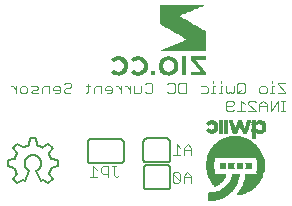
<source format=gbr>
G04 EAGLE Gerber RS-274X export*
G75*
%MOMM*%
%FSLAX34Y34*%
%LPD*%
%AMOC8*
5,1,8,0,0,1.08239X$1,22.5*%
G01*
%ADD10C,0.101600*%
%ADD11C,0.152400*%
%ADD12R,0.120000X0.020000*%
%ADD13R,0.340000X0.020000*%
%ADD14R,0.320000X0.020000*%
%ADD15R,0.140000X0.020000*%
%ADD16R,0.280000X0.020000*%
%ADD17R,0.360000X0.020000*%
%ADD18R,0.420000X0.020000*%
%ADD19R,0.380000X0.020000*%
%ADD20R,0.480000X0.020000*%
%ADD21R,0.540000X0.020000*%
%ADD22R,0.560000X0.020000*%
%ADD23R,0.400000X0.020000*%
%ADD24R,0.640000X0.020000*%
%ADD25R,0.620000X0.020000*%
%ADD26R,0.700000X0.020000*%
%ADD27R,0.660000X0.020000*%
%ADD28R,0.740000X0.020000*%
%ADD29R,1.080000X0.020000*%
%ADD30R,0.800000X0.020000*%
%ADD31R,1.100000X0.020000*%
%ADD32R,0.440000X0.020000*%
%ADD33R,0.840000X0.020000*%
%ADD34R,1.120000X0.020000*%
%ADD35R,0.460000X0.020000*%
%ADD36R,0.860000X0.020000*%
%ADD37R,0.900000X0.020000*%
%ADD38R,1.140000X0.020000*%
%ADD39R,0.920000X0.020000*%
%ADD40R,1.160000X0.020000*%
%ADD41R,0.960000X0.020000*%
%ADD42R,0.500000X0.020000*%
%ADD43R,0.520000X0.020000*%
%ADD44R,0.940000X0.020000*%
%ADD45R,0.260000X0.020000*%
%ADD46R,0.180000X0.020000*%
%ADD47R,0.580000X0.020000*%
%ADD48R,0.060000X0.020000*%
%ADD49R,0.600000X0.020000*%
%ADD50R,0.300000X0.020000*%
%ADD51R,0.040000X0.020000*%
%ADD52R,0.100000X0.020000*%
%ADD53R,0.160000X0.020000*%
%ADD54R,0.220000X0.020000*%
%ADD55R,0.980000X0.020000*%
%ADD56R,0.880000X0.020000*%
%ADD57R,0.760000X0.020000*%
%ADD58R,1.060000X0.020000*%
%ADD59R,0.720000X0.020000*%
%ADD60R,0.820000X0.020000*%
%ADD61R,1.180000X0.020000*%
%ADD62R,1.340000X0.020000*%
%ADD63R,1.460000X0.020000*%
%ADD64R,1.600000X0.020000*%
%ADD65R,1.700000X0.020000*%
%ADD66R,1.820000X0.020000*%
%ADD67R,1.900000X0.020000*%
%ADD68R,1.980000X0.020000*%
%ADD69R,2.100000X0.020000*%
%ADD70R,2.160000X0.020000*%
%ADD71R,2.260000X0.020000*%
%ADD72R,2.340000X0.020000*%
%ADD73R,2.400000X0.020000*%
%ADD74R,2.480000X0.020000*%
%ADD75R,2.540000X0.020000*%
%ADD76R,2.600000X0.020000*%
%ADD77R,2.680000X0.020000*%
%ADD78R,2.720000X0.020000*%
%ADD79R,2.800000X0.020000*%
%ADD80R,2.840000X0.020000*%
%ADD81R,2.900000X0.020000*%
%ADD82R,2.960000X0.020000*%
%ADD83R,3.000000X0.020000*%
%ADD84R,3.060000X0.020000*%
%ADD85R,3.120000X0.020000*%
%ADD86R,3.160000X0.020000*%
%ADD87R,3.200000X0.020000*%
%ADD88R,3.260000X0.020000*%
%ADD89R,3.300000X0.020000*%
%ADD90R,3.340000X0.020000*%
%ADD91R,3.380000X0.020000*%
%ADD92R,3.420000X0.020000*%
%ADD93R,3.460000X0.020000*%
%ADD94R,3.520000X0.020000*%
%ADD95R,3.540000X0.020000*%
%ADD96R,3.580000X0.020000*%
%ADD97R,3.620000X0.020000*%
%ADD98R,3.660000X0.020000*%
%ADD99R,3.700000X0.020000*%
%ADD100R,3.740000X0.020000*%
%ADD101R,3.780000X0.020000*%
%ADD102R,3.800000X0.020000*%
%ADD103R,3.840000X0.020000*%
%ADD104R,3.860000X0.020000*%
%ADD105R,3.900000X0.020000*%
%ADD106R,3.940000X0.020000*%
%ADD107R,3.960000X0.020000*%
%ADD108R,3.980000X0.020000*%
%ADD109R,4.020000X0.020000*%
%ADD110R,4.060000X0.020000*%
%ADD111R,4.080000X0.020000*%
%ADD112R,4.100000X0.020000*%
%ADD113R,4.120000X0.020000*%
%ADD114R,4.160000X0.020000*%
%ADD115R,4.180000X0.020000*%
%ADD116R,4.200000X0.020000*%
%ADD117R,4.240000X0.020000*%
%ADD118R,4.260000X0.020000*%
%ADD119R,4.280000X0.020000*%
%ADD120R,4.300000X0.020000*%
%ADD121R,4.320000X0.020000*%
%ADD122R,4.340000X0.020000*%
%ADD123R,4.380000X0.020000*%
%ADD124R,4.400000X0.020000*%
%ADD125R,4.440000X0.020000*%
%ADD126R,4.460000X0.020000*%
%ADD127R,4.500000X0.020000*%
%ADD128R,4.520000X0.020000*%
%ADD129R,4.540000X0.020000*%
%ADD130R,4.560000X0.020000*%
%ADD131R,4.580000X0.020000*%
%ADD132R,4.600000X0.020000*%
%ADD133R,4.620000X0.020000*%
%ADD134R,4.640000X0.020000*%
%ADD135R,4.660000X0.020000*%
%ADD136R,4.680000X0.020000*%
%ADD137R,4.700000X0.020000*%
%ADD138R,4.720000X0.020000*%
%ADD139R,4.740000X0.020000*%
%ADD140R,0.680000X0.020000*%
%ADD141R,1.480000X0.020000*%
%ADD142R,1.580000X0.020000*%
%ADD143R,1.560000X0.020000*%
%ADD144R,1.540000X0.020000*%
%ADD145R,1.520000X0.020000*%
%ADD146R,1.500000X0.020000*%
%ADD147R,1.440000X0.020000*%
%ADD148R,1.400000X0.020000*%
%ADD149R,1.420000X0.020000*%
%ADD150R,1.380000X0.020000*%
%ADD151R,1.360000X0.020000*%
%ADD152R,1.320000X0.020000*%
%ADD153R,1.300000X0.020000*%
%ADD154R,1.260000X0.020000*%
%ADD155R,1.220000X0.020000*%
%ADD156R,1.200000X0.020000*%
%ADD157R,1.040000X0.020000*%
%ADD158R,1.020000X0.020000*%
%ADD159R,1.000000X0.020000*%
%ADD160R,1.280000X0.020000*%
%ADD161R,0.780000X0.020000*%
%ADD162R,1.240000X0.020000*%
%ADD163R,0.020000X0.020000*%
%ADD164R,1.840000X0.020000*%
%ADD165R,1.800000X0.020000*%
%ADD166R,1.780000X0.020000*%
%ADD167R,1.760000X0.020000*%
%ADD168R,1.740000X0.020000*%
%ADD169R,1.680000X0.020000*%
%ADD170R,1.660000X0.020000*%
%ADD171R,1.620000X0.020000*%

G36*
X174438Y160752D02*
X174438Y160752D01*
X174438Y160753D01*
X174439Y160754D01*
X174434Y162115D01*
X174431Y163475D01*
X174426Y164837D01*
X174421Y166198D01*
X174416Y167560D01*
X174412Y168920D01*
X174407Y170282D01*
X174402Y171643D01*
X174399Y173005D01*
X174394Y174365D01*
X174389Y175727D01*
X174385Y177088D01*
X174380Y177093D01*
X174379Y177098D01*
X173156Y177808D01*
X171932Y178517D01*
X170710Y179227D01*
X169488Y179937D01*
X168265Y180646D01*
X167043Y181356D01*
X165819Y182065D01*
X164596Y182775D01*
X163374Y183485D01*
X162123Y184210D01*
X160874Y184936D01*
X159623Y185661D01*
X158373Y186385D01*
X157124Y187110D01*
X155873Y187836D01*
X154624Y188560D01*
X153373Y189284D01*
X152140Y189997D01*
X153432Y190736D01*
X154883Y191367D01*
X156339Y191988D01*
X157797Y192604D01*
X159255Y193218D01*
X160714Y193831D01*
X162174Y194444D01*
X163581Y195035D01*
X164987Y195625D01*
X166394Y196216D01*
X167799Y196806D01*
X169207Y197397D01*
X170613Y197987D01*
X172018Y198578D01*
X173425Y199168D01*
X174377Y199572D01*
X174380Y199577D01*
X174384Y199581D01*
X174383Y199583D01*
X174384Y199586D01*
X174377Y199589D01*
X174373Y199595D01*
X169897Y199595D01*
X168407Y199596D01*
X160949Y199596D01*
X159456Y199598D01*
X150506Y199598D01*
X149746Y199599D01*
X149717Y199599D01*
X149015Y199599D01*
X141557Y199599D01*
X140065Y199601D01*
X135590Y199601D01*
X135578Y199591D01*
X135579Y199590D01*
X135578Y199589D01*
X135578Y198227D01*
X135580Y196865D01*
X135580Y195501D01*
X135581Y194139D01*
X135581Y192777D01*
X135583Y191415D01*
X135583Y190051D01*
X135584Y188689D01*
X135584Y187327D01*
X135586Y185965D01*
X135588Y184603D01*
X135588Y183239D01*
X135593Y183234D01*
X135594Y183229D01*
X136881Y182484D01*
X138170Y181740D01*
X139457Y180994D01*
X140745Y180249D01*
X142034Y179503D01*
X143321Y178759D01*
X144609Y178014D01*
X145857Y177292D01*
X147104Y176571D01*
X148351Y175849D01*
X149598Y175126D01*
X150846Y174406D01*
X152094Y173683D01*
X153340Y172961D01*
X154588Y172239D01*
X155834Y171516D01*
X156908Y170880D01*
X157880Y170169D01*
X156521Y169590D01*
X155140Y169007D01*
X153761Y168426D01*
X150998Y167264D01*
X149617Y166685D01*
X148236Y166104D01*
X146855Y165524D01*
X145472Y164945D01*
X144088Y164364D01*
X142705Y163783D01*
X141323Y163200D01*
X139940Y162618D01*
X138557Y162035D01*
X137176Y161451D01*
X135796Y160862D01*
X135794Y160856D01*
X135789Y160853D01*
X135791Y160851D01*
X135790Y160848D01*
X135796Y160844D01*
X135801Y160839D01*
X137277Y160802D01*
X138757Y160788D01*
X140237Y160779D01*
X141718Y160771D01*
X143197Y160766D01*
X144677Y160760D01*
X146156Y160756D01*
X147636Y160753D01*
X149115Y160750D01*
X150595Y160747D01*
X152075Y160745D01*
X153556Y160745D01*
X155035Y160744D01*
X165476Y160744D01*
X166968Y160742D01*
X174427Y160742D01*
X174438Y160752D01*
G37*
G36*
X142959Y139615D02*
X142959Y139615D01*
X142960Y139614D01*
X143978Y139698D01*
X144321Y139727D01*
X144322Y139728D01*
X144323Y139727D01*
X145644Y140091D01*
X145644Y140092D01*
X145645Y140091D01*
X146896Y140652D01*
X146897Y140653D01*
X146898Y140653D01*
X148039Y141410D01*
X148040Y141411D01*
X148041Y141411D01*
X149041Y142348D01*
X149041Y142349D01*
X149042Y142349D01*
X149865Y143445D01*
X149865Y143446D01*
X149866Y143446D01*
X150487Y144667D01*
X150486Y144669D01*
X150487Y144669D01*
X150841Y145853D01*
X150841Y145855D01*
X150842Y145855D01*
X150854Y145940D01*
X150856Y145952D01*
X150858Y145964D01*
X150859Y145976D01*
X150861Y145988D01*
X150882Y146131D01*
X150884Y146143D01*
X150886Y146155D01*
X150887Y146167D01*
X150888Y146167D01*
X150889Y146179D01*
X150909Y146310D01*
X150910Y146322D01*
X150912Y146334D01*
X150914Y146346D01*
X150916Y146358D01*
X150935Y146489D01*
X150937Y146501D01*
X150938Y146513D01*
X150940Y146525D01*
X150942Y146537D01*
X150961Y146668D01*
X150963Y146680D01*
X150965Y146692D01*
X150966Y146704D01*
X150968Y146716D01*
X150989Y146859D01*
X150991Y146871D01*
X150993Y146883D01*
X150994Y146895D01*
X150996Y146907D01*
X151015Y147038D01*
X151017Y147050D01*
X151019Y147062D01*
X151021Y147074D01*
X151021Y147078D01*
X151021Y147079D01*
X151048Y148316D01*
X151048Y148317D01*
X150901Y149545D01*
X150899Y149546D01*
X150900Y149547D01*
X150437Y150998D01*
X150435Y150998D01*
X150436Y151000D01*
X149701Y152335D01*
X149699Y152335D01*
X149699Y152337D01*
X148734Y153516D01*
X148733Y153516D01*
X148733Y153518D01*
X147571Y154504D01*
X147569Y154504D01*
X147569Y154505D01*
X146246Y155262D01*
X146245Y155262D01*
X146245Y155263D01*
X145087Y155701D01*
X145086Y155700D01*
X145085Y155702D01*
X143979Y155887D01*
X143866Y155906D01*
X143865Y155906D01*
X143864Y155907D01*
X143799Y155909D01*
X143798Y155909D01*
X143427Y155921D01*
X143426Y155921D01*
X143055Y155933D01*
X143054Y155933D01*
X142683Y155944D01*
X142683Y155945D01*
X142682Y155945D01*
X142628Y155946D01*
X142627Y155946D01*
X142531Y155945D01*
X142529Y155945D01*
X142529Y155944D01*
X141872Y155933D01*
X141871Y155933D01*
X141402Y155924D01*
X141401Y155923D01*
X141400Y155924D01*
X140196Y155706D01*
X140195Y155705D01*
X140194Y155706D01*
X138904Y155226D01*
X138903Y155225D01*
X138902Y155226D01*
X137702Y154548D01*
X137701Y154546D01*
X137700Y154547D01*
X136632Y153677D01*
X136631Y153675D01*
X136630Y153675D01*
X135729Y152634D01*
X135729Y152632D01*
X135727Y152632D01*
X135016Y151453D01*
X135016Y151451D01*
X135015Y151451D01*
X134504Y150171D01*
X134505Y150170D01*
X134503Y150169D01*
X134280Y148994D01*
X134280Y148993D01*
X134279Y148992D01*
X134260Y147791D01*
X134261Y147790D01*
X134260Y147790D01*
X134291Y146557D01*
X134292Y146556D01*
X134291Y146554D01*
X134551Y145354D01*
X134552Y145353D01*
X134552Y145352D01*
X135053Y144128D01*
X135055Y144128D01*
X135054Y144127D01*
X135751Y143004D01*
X135753Y143004D01*
X135752Y143003D01*
X136627Y142012D01*
X136628Y142012D01*
X136628Y142011D01*
X137706Y141103D01*
X137708Y141103D01*
X137708Y141102D01*
X138924Y140390D01*
X138925Y140391D01*
X138926Y140389D01*
X140245Y139896D01*
X140247Y139896D01*
X140247Y139895D01*
X141594Y139670D01*
X141595Y139670D01*
X142959Y139614D01*
X142959Y139615D01*
G37*
G36*
X174543Y139905D02*
X174543Y139905D01*
X174542Y139906D01*
X174543Y139907D01*
X174543Y142520D01*
X174540Y142524D01*
X174540Y142528D01*
X173672Y143536D01*
X172805Y144545D01*
X171937Y145554D01*
X171069Y146563D01*
X170202Y147571D01*
X169330Y148586D01*
X168459Y149603D01*
X167589Y150619D01*
X166721Y151638D01*
X165879Y152648D01*
X167247Y152685D01*
X168640Y152697D01*
X170034Y152700D01*
X174214Y152700D01*
X174226Y152710D01*
X174225Y152711D01*
X174226Y152712D01*
X174226Y155780D01*
X174215Y155792D01*
X174214Y155792D01*
X161304Y155792D01*
X161292Y155782D01*
X161293Y155781D01*
X161292Y155780D01*
X161292Y153082D01*
X161296Y153078D01*
X161295Y153074D01*
X162159Y152069D01*
X163024Y151062D01*
X163889Y150058D01*
X164753Y149053D01*
X165618Y148048D01*
X166483Y147041D01*
X167347Y146036D01*
X168212Y145032D01*
X169077Y144025D01*
X169924Y143040D01*
X169144Y143035D01*
X169139Y143035D01*
X168508Y143030D01*
X167102Y143023D01*
X167097Y143023D01*
X167068Y143022D01*
X165627Y143013D01*
X165291Y143011D01*
X165287Y143011D01*
X164186Y143003D01*
X163486Y142999D01*
X163481Y142999D01*
X162744Y142994D01*
X161469Y142987D01*
X161463Y142987D01*
X161304Y142986D01*
X161292Y142975D01*
X161293Y142975D01*
X161292Y142974D01*
X161292Y139907D01*
X161303Y139895D01*
X161304Y139896D01*
X161304Y139895D01*
X174531Y139895D01*
X174543Y139905D01*
G37*
G36*
X100662Y139615D02*
X100662Y139615D01*
X100663Y139614D01*
X102046Y139728D01*
X102047Y139730D01*
X102048Y139729D01*
X103499Y140164D01*
X103500Y140165D01*
X103501Y140165D01*
X104852Y140849D01*
X104852Y140850D01*
X104854Y140850D01*
X106051Y141779D01*
X106051Y141780D01*
X106052Y141780D01*
X107045Y142923D01*
X107045Y142925D01*
X107046Y142925D01*
X107800Y144240D01*
X107800Y144241D01*
X107801Y144242D01*
X108303Y145670D01*
X108302Y145672D01*
X108303Y145673D01*
X108495Y147001D01*
X108495Y147002D01*
X108495Y147003D01*
X108516Y148346D01*
X108515Y148347D01*
X108516Y148347D01*
X108360Y149681D01*
X108359Y149682D01*
X108360Y149683D01*
X107923Y151025D01*
X107922Y151025D01*
X107922Y151027D01*
X107264Y152276D01*
X107262Y152276D01*
X107263Y152278D01*
X106401Y153395D01*
X106399Y153396D01*
X106399Y153397D01*
X105356Y154348D01*
X105355Y154348D01*
X105354Y154349D01*
X104154Y155090D01*
X104153Y155090D01*
X104153Y155091D01*
X102883Y155639D01*
X102881Y155638D01*
X102880Y155640D01*
X101526Y155908D01*
X101525Y155907D01*
X101524Y155908D01*
X101506Y155909D01*
X101090Y155921D01*
X101089Y155921D01*
X100674Y155933D01*
X100673Y155933D01*
X100257Y155944D01*
X100257Y155945D01*
X100256Y155945D01*
X100140Y155948D01*
X100139Y155948D01*
X99984Y155945D01*
X99983Y155945D01*
X99983Y155944D01*
X99430Y155933D01*
X99429Y155933D01*
X98888Y155921D01*
X98887Y155921D01*
X98886Y155921D01*
X97658Y155705D01*
X97657Y155704D01*
X97656Y155704D01*
X96567Y155304D01*
X96566Y155303D01*
X96565Y155304D01*
X95537Y154769D01*
X95536Y154767D01*
X95535Y154768D01*
X94597Y154087D01*
X94597Y154086D01*
X94596Y154086D01*
X93996Y153551D01*
X93994Y153535D01*
X93995Y153535D01*
X93995Y153534D01*
X94535Y152917D01*
X95074Y152299D01*
X95625Y151667D01*
X96173Y151031D01*
X96188Y151029D01*
X96189Y151029D01*
X96880Y151506D01*
X98130Y152259D01*
X99519Y152695D01*
X100973Y152717D01*
X102353Y152266D01*
X103506Y151383D01*
X104375Y150124D01*
X104827Y148662D01*
X104842Y147132D01*
X104435Y145655D01*
X103623Y144358D01*
X102443Y143389D01*
X100999Y142889D01*
X100339Y142885D01*
X100334Y142885D01*
X99500Y142880D01*
X98068Y143323D01*
X96800Y144133D01*
X96153Y144655D01*
X96137Y144654D01*
X95575Y144091D01*
X93884Y142395D01*
X93883Y142379D01*
X93885Y142379D01*
X93884Y142378D01*
X94285Y142000D01*
X95365Y141093D01*
X95366Y141093D01*
X95366Y141092D01*
X96574Y140367D01*
X96576Y140367D01*
X96576Y140366D01*
X97899Y139880D01*
X97900Y139880D01*
X97901Y139879D01*
X99273Y139668D01*
X99273Y139669D01*
X99274Y139668D01*
X100661Y139614D01*
X100662Y139615D01*
G37*
G36*
X117382Y139580D02*
X117382Y139580D01*
X117382Y139579D01*
X118646Y139697D01*
X118647Y139698D01*
X118648Y139697D01*
X120044Y140073D01*
X120044Y140075D01*
X120046Y140074D01*
X121346Y140703D01*
X121346Y140704D01*
X121348Y140704D01*
X122519Y141550D01*
X122519Y141551D01*
X122521Y141551D01*
X123526Y142589D01*
X123526Y142591D01*
X123527Y142591D01*
X124316Y143801D01*
X124316Y143802D01*
X124317Y143803D01*
X124869Y145047D01*
X124869Y145049D01*
X124870Y145049D01*
X125183Y146375D01*
X125182Y146376D01*
X125183Y146377D01*
X125263Y147737D01*
X125262Y147738D01*
X125263Y147739D01*
X125213Y148989D01*
X125212Y148990D01*
X125213Y148991D01*
X124969Y150217D01*
X124967Y150218D01*
X124968Y150219D01*
X124504Y151381D01*
X124503Y151382D01*
X124504Y151383D01*
X123823Y152562D01*
X123821Y152563D01*
X123822Y152564D01*
X122955Y153613D01*
X122953Y153613D01*
X122953Y153615D01*
X121921Y154502D01*
X121920Y154502D01*
X121920Y154503D01*
X120748Y155195D01*
X120747Y155195D01*
X120747Y155196D01*
X119658Y155634D01*
X119656Y155634D01*
X119656Y155635D01*
X118509Y155878D01*
X118508Y155877D01*
X118508Y155878D01*
X117336Y155967D01*
X117336Y155966D01*
X117335Y155967D01*
X116694Y155957D01*
X116692Y155957D01*
X115895Y155945D01*
X115893Y155945D01*
X115849Y155945D01*
X115848Y155944D01*
X115847Y155945D01*
X114384Y155695D01*
X114383Y155694D01*
X114381Y155695D01*
X112992Y155166D01*
X112992Y155165D01*
X112990Y155165D01*
X111852Y154475D01*
X111852Y154473D01*
X111851Y154473D01*
X110850Y153605D01*
X110849Y153596D01*
X110848Y153595D01*
X110849Y153594D01*
X110848Y153589D01*
X110849Y153589D01*
X110848Y153589D01*
X111330Y152895D01*
X111876Y152242D01*
X112410Y151631D01*
X112945Y151016D01*
X112951Y151016D01*
X112951Y151015D01*
X112954Y151015D01*
X112960Y151014D01*
X112961Y151015D01*
X113616Y151502D01*
X114862Y152255D01*
X116245Y152700D01*
X117695Y152722D01*
X119076Y152277D01*
X120178Y151474D01*
X120985Y150372D01*
X121464Y149091D01*
X121613Y147732D01*
X121584Y147519D01*
X121579Y147483D01*
X121544Y147221D01*
X121539Y147185D01*
X121504Y146922D01*
X121499Y146886D01*
X121464Y146624D01*
X121459Y146588D01*
X121431Y146376D01*
X120913Y145112D01*
X120065Y144040D01*
X118883Y143234D01*
X117504Y142853D01*
X117301Y142862D01*
X117300Y142862D01*
X117037Y142874D01*
X116774Y142886D01*
X116511Y142898D01*
X116248Y142910D01*
X116072Y142918D01*
X114713Y143375D01*
X113502Y144149D01*
X112872Y144655D01*
X112857Y144654D01*
X112856Y144654D01*
X111785Y143579D01*
X111228Y143003D01*
X111228Y143002D01*
X111227Y143002D01*
X110713Y142388D01*
X110713Y142372D01*
X111556Y141537D01*
X111557Y141537D01*
X111558Y141536D01*
X112513Y140817D01*
X112515Y140817D01*
X112515Y140815D01*
X113642Y140231D01*
X113643Y140232D01*
X113644Y140230D01*
X114855Y139846D01*
X114856Y139847D01*
X114857Y139846D01*
X116109Y139632D01*
X116110Y139632D01*
X116111Y139631D01*
X117381Y139579D01*
X117382Y139580D01*
G37*
%LPC*%
G36*
X141900Y142886D02*
X141900Y142886D01*
X140566Y143291D01*
X139418Y144086D01*
X138555Y145184D01*
X138029Y146476D01*
X137861Y147863D01*
X138059Y149246D01*
X138607Y150530D01*
X139506Y151574D01*
X140677Y152307D01*
X141996Y152711D01*
X143373Y152720D01*
X143973Y152523D01*
X144830Y152237D01*
X146052Y151314D01*
X146911Y150043D01*
X147346Y148571D01*
X147343Y147040D01*
X146892Y145575D01*
X146028Y144309D01*
X144817Y143372D01*
X143973Y143093D01*
X143364Y142894D01*
X142680Y142791D01*
X141900Y142886D01*
G37*
%LPD*%
G36*
X157824Y139905D02*
X157824Y139905D01*
X157823Y139906D01*
X157824Y139907D01*
X157824Y155785D01*
X157813Y155797D01*
X157812Y155796D01*
X157812Y155797D01*
X157734Y155796D01*
X157733Y155796D01*
X157015Y155784D01*
X157013Y155784D01*
X156951Y155783D01*
X156297Y155772D01*
X156295Y155772D01*
X156092Y155768D01*
X155630Y155760D01*
X155628Y155760D01*
X155232Y155753D01*
X154956Y155748D01*
X154954Y155748D01*
X154373Y155738D01*
X154361Y155728D01*
X154362Y155727D01*
X154361Y155726D01*
X154355Y154145D01*
X154350Y152563D01*
X154344Y150981D01*
X154339Y149399D01*
X154334Y147817D01*
X154328Y146235D01*
X154323Y144654D01*
X154317Y143071D01*
X154312Y141490D01*
X154307Y139907D01*
X154318Y139895D01*
X154319Y139896D01*
X154319Y139895D01*
X157812Y139895D01*
X157824Y139905D01*
G37*
G36*
X131581Y139905D02*
X131581Y139905D01*
X131580Y139906D01*
X131581Y139907D01*
X131581Y143504D01*
X131570Y143516D01*
X131570Y143515D01*
X131569Y143516D01*
X127972Y143516D01*
X127960Y143506D01*
X127960Y143505D01*
X127960Y143504D01*
X127960Y139907D01*
X127970Y139895D01*
X127971Y139896D01*
X127972Y139895D01*
X131569Y139895D01*
X131581Y139905D01*
G37*
D10*
X100838Y55119D02*
X99313Y53594D01*
X97787Y53594D01*
X96262Y55119D01*
X96262Y62746D01*
X97787Y62746D02*
X94737Y62746D01*
X91483Y62746D02*
X91483Y53594D01*
X91483Y62746D02*
X86907Y62746D01*
X85382Y61221D01*
X85382Y58170D01*
X86907Y56645D01*
X91483Y56645D01*
X82128Y59695D02*
X79077Y62746D01*
X79077Y53594D01*
X82128Y53594D02*
X76026Y53594D01*
X161798Y72136D02*
X161798Y78237D01*
X158747Y81288D01*
X155697Y78237D01*
X155697Y72136D01*
X155697Y76712D02*
X161798Y76712D01*
X152443Y78237D02*
X149392Y81288D01*
X149392Y72136D01*
X146342Y72136D02*
X152443Y72136D01*
X161544Y54869D02*
X161544Y48768D01*
X161544Y54869D02*
X158493Y57920D01*
X155443Y54869D01*
X155443Y48768D01*
X155443Y53344D02*
X161544Y53344D01*
X152189Y50293D02*
X152189Y56395D01*
X150664Y57920D01*
X147613Y57920D01*
X146088Y56395D01*
X146088Y50293D01*
X147613Y48768D01*
X150664Y48768D01*
X152189Y50293D01*
X146088Y56395D01*
X235199Y133612D02*
X241300Y133612D01*
X235199Y133612D02*
X235199Y132087D01*
X241300Y125985D01*
X241300Y124460D01*
X235199Y124460D01*
X231945Y130561D02*
X230420Y130561D01*
X230420Y124460D01*
X231945Y124460D02*
X228894Y124460D01*
X230420Y133612D02*
X230420Y135137D01*
X224183Y124460D02*
X221132Y124460D01*
X219607Y125985D01*
X219607Y129036D01*
X221132Y130561D01*
X224183Y130561D01*
X225708Y129036D01*
X225708Y125985D01*
X224183Y124460D01*
X206998Y125985D02*
X206998Y132087D01*
X205472Y133612D01*
X202422Y133612D01*
X200896Y132087D01*
X200896Y125985D01*
X202422Y124460D01*
X205472Y124460D01*
X206998Y125985D01*
X203947Y127511D02*
X200896Y124460D01*
X197642Y125985D02*
X197642Y130561D01*
X197642Y125985D02*
X196117Y124460D01*
X194592Y125985D01*
X193067Y124460D01*
X191541Y125985D01*
X191541Y130561D01*
X188287Y130561D02*
X186762Y130561D01*
X186762Y124460D01*
X188287Y124460D02*
X185237Y124460D01*
X186762Y133612D02*
X186762Y135137D01*
X182051Y130561D02*
X180525Y130561D01*
X180525Y124460D01*
X179000Y124460D02*
X182051Y124460D01*
X180525Y133612D02*
X180525Y135137D01*
X174288Y130561D02*
X169713Y130561D01*
X174288Y130561D02*
X175814Y129036D01*
X175814Y125985D01*
X174288Y124460D01*
X169713Y124460D01*
X157103Y124460D02*
X157103Y133612D01*
X157103Y124460D02*
X152527Y124460D01*
X151002Y125985D01*
X151002Y132087D01*
X152527Y133612D01*
X157103Y133612D01*
X143172Y133612D02*
X141647Y132087D01*
X143172Y133612D02*
X146223Y133612D01*
X147748Y132087D01*
X147748Y125985D01*
X146223Y124460D01*
X143172Y124460D01*
X141647Y125985D01*
X124462Y133612D02*
X122937Y132087D01*
X124462Y133612D02*
X127513Y133612D01*
X129038Y132087D01*
X129038Y125985D01*
X127513Y124460D01*
X124462Y124460D01*
X122937Y125985D01*
X119683Y125985D02*
X119683Y130561D01*
X119683Y125985D02*
X118157Y124460D01*
X113581Y124460D01*
X113581Y130561D01*
X110327Y130561D02*
X110327Y124460D01*
X110327Y127511D02*
X107277Y130561D01*
X105752Y130561D01*
X102531Y130561D02*
X102531Y124460D01*
X102531Y127511D02*
X99481Y130561D01*
X97956Y130561D01*
X93210Y124460D02*
X90160Y124460D01*
X93210Y124460D02*
X94735Y125985D01*
X94735Y129036D01*
X93210Y130561D01*
X90160Y130561D01*
X88634Y129036D01*
X88634Y127511D01*
X94735Y127511D01*
X85380Y124460D02*
X85380Y130561D01*
X80804Y130561D01*
X79279Y129036D01*
X79279Y124460D01*
X74500Y125985D02*
X74500Y132087D01*
X74500Y125985D02*
X72975Y124460D01*
X72975Y130561D02*
X76025Y130561D01*
X55857Y133612D02*
X54332Y132087D01*
X55857Y133612D02*
X58908Y133612D01*
X60433Y132087D01*
X60433Y130561D01*
X58908Y129036D01*
X55857Y129036D01*
X54332Y127511D01*
X54332Y125985D01*
X55857Y124460D01*
X58908Y124460D01*
X60433Y125985D01*
X49553Y124460D02*
X46502Y124460D01*
X49553Y124460D02*
X51078Y125985D01*
X51078Y129036D01*
X49553Y130561D01*
X46502Y130561D01*
X44977Y129036D01*
X44977Y127511D01*
X51078Y127511D01*
X41723Y124460D02*
X41723Y130561D01*
X37147Y130561D01*
X35622Y129036D01*
X35622Y124460D01*
X32368Y124460D02*
X27792Y124460D01*
X26266Y125985D01*
X27792Y127511D01*
X30842Y127511D01*
X32368Y129036D01*
X30842Y130561D01*
X26266Y130561D01*
X21487Y124460D02*
X18436Y124460D01*
X16911Y125985D01*
X16911Y129036D01*
X18436Y130561D01*
X21487Y130561D01*
X23012Y129036D01*
X23012Y125985D01*
X21487Y124460D01*
X13657Y124460D02*
X13657Y130561D01*
X13657Y127511D02*
X10607Y130561D01*
X9081Y130561D01*
X238249Y109220D02*
X241300Y109220D01*
X239775Y109220D02*
X239775Y118372D01*
X241300Y118372D02*
X238249Y118372D01*
X235063Y118372D02*
X235063Y109220D01*
X228962Y109220D02*
X235063Y118372D01*
X228962Y118372D02*
X228962Y109220D01*
X225708Y109220D02*
X225708Y115321D01*
X222657Y118372D01*
X219607Y115321D01*
X219607Y109220D01*
X219607Y113796D02*
X225708Y113796D01*
X216353Y109220D02*
X210252Y109220D01*
X216353Y109220D02*
X210252Y115321D01*
X210252Y116847D01*
X211777Y118372D01*
X214828Y118372D01*
X216353Y116847D01*
X206998Y115321D02*
X203947Y118372D01*
X203947Y109220D01*
X206998Y109220D02*
X200896Y109220D01*
X197642Y110745D02*
X196117Y109220D01*
X193067Y109220D01*
X191541Y110745D01*
X191541Y116847D01*
X193067Y118372D01*
X196117Y118372D01*
X197642Y116847D01*
X197642Y115321D01*
X196117Y113796D01*
X191541Y113796D01*
D11*
X102108Y65532D02*
X76708Y65532D01*
X74168Y83312D02*
X74170Y83412D01*
X74176Y83511D01*
X74186Y83611D01*
X74199Y83709D01*
X74217Y83808D01*
X74238Y83905D01*
X74263Y84001D01*
X74292Y84097D01*
X74325Y84191D01*
X74361Y84284D01*
X74401Y84375D01*
X74445Y84465D01*
X74492Y84553D01*
X74542Y84639D01*
X74596Y84723D01*
X74653Y84805D01*
X74713Y84884D01*
X74777Y84962D01*
X74843Y85036D01*
X74912Y85108D01*
X74984Y85177D01*
X75058Y85243D01*
X75136Y85307D01*
X75215Y85367D01*
X75297Y85424D01*
X75381Y85478D01*
X75467Y85528D01*
X75555Y85575D01*
X75645Y85619D01*
X75736Y85659D01*
X75829Y85695D01*
X75923Y85728D01*
X76019Y85757D01*
X76115Y85782D01*
X76212Y85803D01*
X76311Y85821D01*
X76409Y85834D01*
X76509Y85844D01*
X76608Y85850D01*
X76708Y85852D01*
X102108Y85852D02*
X102208Y85850D01*
X102307Y85844D01*
X102407Y85834D01*
X102505Y85821D01*
X102604Y85803D01*
X102701Y85782D01*
X102797Y85757D01*
X102893Y85728D01*
X102987Y85695D01*
X103080Y85659D01*
X103171Y85619D01*
X103261Y85575D01*
X103349Y85528D01*
X103435Y85478D01*
X103519Y85424D01*
X103601Y85367D01*
X103680Y85307D01*
X103758Y85243D01*
X103832Y85177D01*
X103904Y85108D01*
X103973Y85036D01*
X104039Y84962D01*
X104103Y84884D01*
X104163Y84805D01*
X104220Y84723D01*
X104274Y84639D01*
X104324Y84553D01*
X104371Y84465D01*
X104415Y84375D01*
X104455Y84284D01*
X104491Y84191D01*
X104524Y84097D01*
X104553Y84001D01*
X104578Y83905D01*
X104599Y83808D01*
X104617Y83709D01*
X104630Y83611D01*
X104640Y83511D01*
X104646Y83412D01*
X104648Y83312D01*
X104648Y68072D02*
X104646Y67972D01*
X104640Y67873D01*
X104630Y67773D01*
X104617Y67675D01*
X104599Y67576D01*
X104578Y67479D01*
X104553Y67383D01*
X104524Y67287D01*
X104491Y67193D01*
X104455Y67100D01*
X104415Y67009D01*
X104371Y66919D01*
X104324Y66831D01*
X104274Y66745D01*
X104220Y66661D01*
X104163Y66579D01*
X104103Y66500D01*
X104039Y66422D01*
X103973Y66348D01*
X103904Y66276D01*
X103832Y66207D01*
X103758Y66141D01*
X103680Y66077D01*
X103601Y66017D01*
X103519Y65960D01*
X103435Y65906D01*
X103349Y65856D01*
X103261Y65809D01*
X103171Y65765D01*
X103080Y65725D01*
X102987Y65689D01*
X102893Y65656D01*
X102797Y65627D01*
X102701Y65602D01*
X102604Y65581D01*
X102505Y65563D01*
X102407Y65550D01*
X102307Y65540D01*
X102208Y65534D01*
X102108Y65532D01*
X76708Y65532D02*
X76608Y65534D01*
X76509Y65540D01*
X76409Y65550D01*
X76311Y65563D01*
X76212Y65581D01*
X76115Y65602D01*
X76019Y65627D01*
X75923Y65656D01*
X75829Y65689D01*
X75736Y65725D01*
X75645Y65765D01*
X75555Y65809D01*
X75467Y65856D01*
X75381Y65906D01*
X75297Y65960D01*
X75215Y66017D01*
X75136Y66077D01*
X75058Y66141D01*
X74984Y66207D01*
X74912Y66276D01*
X74843Y66348D01*
X74777Y66422D01*
X74713Y66500D01*
X74653Y66579D01*
X74596Y66661D01*
X74542Y66745D01*
X74492Y66831D01*
X74445Y66919D01*
X74401Y67009D01*
X74361Y67100D01*
X74325Y67193D01*
X74292Y67287D01*
X74263Y67383D01*
X74238Y67479D01*
X74217Y67576D01*
X74199Y67675D01*
X74186Y67773D01*
X74176Y67873D01*
X74170Y67972D01*
X74168Y68072D01*
X74168Y83312D01*
X104648Y83312D02*
X104648Y68072D01*
X102108Y85852D02*
X76708Y85852D01*
X123952Y66040D02*
X141224Y66040D01*
X121412Y83820D02*
X121414Y83920D01*
X121420Y84019D01*
X121430Y84119D01*
X121443Y84217D01*
X121461Y84316D01*
X121482Y84413D01*
X121507Y84509D01*
X121536Y84605D01*
X121569Y84699D01*
X121605Y84792D01*
X121645Y84883D01*
X121689Y84973D01*
X121736Y85061D01*
X121786Y85147D01*
X121840Y85231D01*
X121897Y85313D01*
X121957Y85392D01*
X122021Y85470D01*
X122087Y85544D01*
X122156Y85616D01*
X122228Y85685D01*
X122302Y85751D01*
X122380Y85815D01*
X122459Y85875D01*
X122541Y85932D01*
X122625Y85986D01*
X122711Y86036D01*
X122799Y86083D01*
X122889Y86127D01*
X122980Y86167D01*
X123073Y86203D01*
X123167Y86236D01*
X123263Y86265D01*
X123359Y86290D01*
X123456Y86311D01*
X123555Y86329D01*
X123653Y86342D01*
X123753Y86352D01*
X123852Y86358D01*
X123952Y86360D01*
X141224Y86360D02*
X141324Y86358D01*
X141423Y86352D01*
X141523Y86342D01*
X141621Y86329D01*
X141720Y86311D01*
X141817Y86290D01*
X141913Y86265D01*
X142009Y86236D01*
X142103Y86203D01*
X142196Y86167D01*
X142287Y86127D01*
X142377Y86083D01*
X142465Y86036D01*
X142551Y85986D01*
X142635Y85932D01*
X142717Y85875D01*
X142796Y85815D01*
X142874Y85751D01*
X142948Y85685D01*
X143020Y85616D01*
X143089Y85544D01*
X143155Y85470D01*
X143219Y85392D01*
X143279Y85313D01*
X143336Y85231D01*
X143390Y85147D01*
X143440Y85061D01*
X143487Y84973D01*
X143531Y84883D01*
X143571Y84792D01*
X143607Y84699D01*
X143640Y84605D01*
X143669Y84509D01*
X143694Y84413D01*
X143715Y84316D01*
X143733Y84217D01*
X143746Y84119D01*
X143756Y84019D01*
X143762Y83920D01*
X143764Y83820D01*
X143764Y68580D02*
X143762Y68480D01*
X143756Y68381D01*
X143746Y68281D01*
X143733Y68183D01*
X143715Y68084D01*
X143694Y67987D01*
X143669Y67891D01*
X143640Y67795D01*
X143607Y67701D01*
X143571Y67608D01*
X143531Y67517D01*
X143487Y67427D01*
X143440Y67339D01*
X143390Y67253D01*
X143336Y67169D01*
X143279Y67087D01*
X143219Y67008D01*
X143155Y66930D01*
X143089Y66856D01*
X143020Y66784D01*
X142948Y66715D01*
X142874Y66649D01*
X142796Y66585D01*
X142717Y66525D01*
X142635Y66468D01*
X142551Y66414D01*
X142465Y66364D01*
X142377Y66317D01*
X142287Y66273D01*
X142196Y66233D01*
X142103Y66197D01*
X142009Y66164D01*
X141913Y66135D01*
X141817Y66110D01*
X141720Y66089D01*
X141621Y66071D01*
X141523Y66058D01*
X141423Y66048D01*
X141324Y66042D01*
X141224Y66040D01*
X123952Y66040D02*
X123852Y66042D01*
X123753Y66048D01*
X123653Y66058D01*
X123555Y66071D01*
X123456Y66089D01*
X123359Y66110D01*
X123263Y66135D01*
X123167Y66164D01*
X123073Y66197D01*
X122980Y66233D01*
X122889Y66273D01*
X122799Y66317D01*
X122711Y66364D01*
X122625Y66414D01*
X122541Y66468D01*
X122459Y66525D01*
X122380Y66585D01*
X122302Y66649D01*
X122228Y66715D01*
X122156Y66784D01*
X122087Y66856D01*
X122021Y66930D01*
X121957Y67008D01*
X121897Y67087D01*
X121840Y67169D01*
X121786Y67253D01*
X121736Y67339D01*
X121689Y67427D01*
X121645Y67517D01*
X121605Y67608D01*
X121569Y67701D01*
X121536Y67795D01*
X121507Y67891D01*
X121482Y67987D01*
X121461Y68084D01*
X121443Y68183D01*
X121430Y68281D01*
X121420Y68381D01*
X121414Y68480D01*
X121412Y68580D01*
X121412Y83820D01*
X143764Y83820D02*
X143764Y68580D01*
X141224Y86360D02*
X123952Y86360D01*
X124206Y43688D02*
X141478Y43688D01*
X121666Y61468D02*
X121668Y61568D01*
X121674Y61667D01*
X121684Y61767D01*
X121697Y61865D01*
X121715Y61964D01*
X121736Y62061D01*
X121761Y62157D01*
X121790Y62253D01*
X121823Y62347D01*
X121859Y62440D01*
X121899Y62531D01*
X121943Y62621D01*
X121990Y62709D01*
X122040Y62795D01*
X122094Y62879D01*
X122151Y62961D01*
X122211Y63040D01*
X122275Y63118D01*
X122341Y63192D01*
X122410Y63264D01*
X122482Y63333D01*
X122556Y63399D01*
X122634Y63463D01*
X122713Y63523D01*
X122795Y63580D01*
X122879Y63634D01*
X122965Y63684D01*
X123053Y63731D01*
X123143Y63775D01*
X123234Y63815D01*
X123327Y63851D01*
X123421Y63884D01*
X123517Y63913D01*
X123613Y63938D01*
X123710Y63959D01*
X123809Y63977D01*
X123907Y63990D01*
X124007Y64000D01*
X124106Y64006D01*
X124206Y64008D01*
X141478Y64008D02*
X141578Y64006D01*
X141677Y64000D01*
X141777Y63990D01*
X141875Y63977D01*
X141974Y63959D01*
X142071Y63938D01*
X142167Y63913D01*
X142263Y63884D01*
X142357Y63851D01*
X142450Y63815D01*
X142541Y63775D01*
X142631Y63731D01*
X142719Y63684D01*
X142805Y63634D01*
X142889Y63580D01*
X142971Y63523D01*
X143050Y63463D01*
X143128Y63399D01*
X143202Y63333D01*
X143274Y63264D01*
X143343Y63192D01*
X143409Y63118D01*
X143473Y63040D01*
X143533Y62961D01*
X143590Y62879D01*
X143644Y62795D01*
X143694Y62709D01*
X143741Y62621D01*
X143785Y62531D01*
X143825Y62440D01*
X143861Y62347D01*
X143894Y62253D01*
X143923Y62157D01*
X143948Y62061D01*
X143969Y61964D01*
X143987Y61865D01*
X144000Y61767D01*
X144010Y61667D01*
X144016Y61568D01*
X144018Y61468D01*
X144018Y46228D02*
X144016Y46128D01*
X144010Y46029D01*
X144000Y45929D01*
X143987Y45831D01*
X143969Y45732D01*
X143948Y45635D01*
X143923Y45539D01*
X143894Y45443D01*
X143861Y45349D01*
X143825Y45256D01*
X143785Y45165D01*
X143741Y45075D01*
X143694Y44987D01*
X143644Y44901D01*
X143590Y44817D01*
X143533Y44735D01*
X143473Y44656D01*
X143409Y44578D01*
X143343Y44504D01*
X143274Y44432D01*
X143202Y44363D01*
X143128Y44297D01*
X143050Y44233D01*
X142971Y44173D01*
X142889Y44116D01*
X142805Y44062D01*
X142719Y44012D01*
X142631Y43965D01*
X142541Y43921D01*
X142450Y43881D01*
X142357Y43845D01*
X142263Y43812D01*
X142167Y43783D01*
X142071Y43758D01*
X141974Y43737D01*
X141875Y43719D01*
X141777Y43706D01*
X141677Y43696D01*
X141578Y43690D01*
X141478Y43688D01*
X124206Y43688D02*
X124106Y43690D01*
X124007Y43696D01*
X123907Y43706D01*
X123809Y43719D01*
X123710Y43737D01*
X123613Y43758D01*
X123517Y43783D01*
X123421Y43812D01*
X123327Y43845D01*
X123234Y43881D01*
X123143Y43921D01*
X123053Y43965D01*
X122965Y44012D01*
X122879Y44062D01*
X122795Y44116D01*
X122713Y44173D01*
X122634Y44233D01*
X122556Y44297D01*
X122482Y44363D01*
X122410Y44432D01*
X122341Y44504D01*
X122275Y44578D01*
X122211Y44656D01*
X122151Y44735D01*
X122094Y44817D01*
X122040Y44901D01*
X121990Y44987D01*
X121943Y45075D01*
X121899Y45165D01*
X121859Y45256D01*
X121823Y45349D01*
X121790Y45443D01*
X121761Y45539D01*
X121736Y45635D01*
X121715Y45732D01*
X121697Y45831D01*
X121684Y45929D01*
X121674Y46029D01*
X121668Y46128D01*
X121666Y46228D01*
X121666Y61468D01*
X144018Y61468D02*
X144018Y46228D01*
X141478Y64008D02*
X124206Y64008D01*
D12*
X220398Y101018D03*
D13*
X215098Y101018D03*
X210898Y101018D03*
D14*
X202998Y101018D03*
X195398Y101018D03*
D13*
X191298Y101018D03*
X187098Y101018D03*
D15*
X179298Y101018D03*
D16*
X220398Y100818D03*
D17*
X214998Y100818D03*
X210798Y100818D03*
X202998Y100818D03*
D13*
X195298Y100818D03*
D17*
X191398Y100818D03*
X186998Y100818D03*
D14*
X179198Y100818D03*
D18*
X220498Y100618D03*
D17*
X214998Y100618D03*
X210798Y100618D03*
D19*
X203098Y100618D03*
D17*
X195398Y100618D03*
X191398Y100618D03*
X186998Y100618D03*
D20*
X179198Y100618D03*
X220398Y100418D03*
D17*
X214998Y100418D03*
X210798Y100418D03*
D19*
X203098Y100418D03*
D13*
X195498Y100418D03*
D17*
X191398Y100418D03*
X186998Y100418D03*
D21*
X179298Y100418D03*
D22*
X220398Y100218D03*
D17*
X214998Y100218D03*
X210598Y100218D03*
D23*
X202998Y100218D03*
D13*
X195498Y100218D03*
D17*
X191398Y100218D03*
X186998Y100218D03*
D24*
X179198Y100218D03*
D25*
X220498Y100018D03*
D17*
X214998Y100018D03*
X210598Y100018D03*
D23*
X202998Y100018D03*
D17*
X195598Y100018D03*
X191398Y100018D03*
X186998Y100018D03*
D26*
X179298Y100018D03*
D27*
X220498Y99818D03*
D19*
X215098Y99818D03*
D13*
X210498Y99818D03*
D18*
X203098Y99818D03*
D13*
X195698Y99818D03*
D17*
X191398Y99818D03*
X186998Y99818D03*
D28*
X179298Y99818D03*
D29*
X218598Y99618D03*
D17*
X210398Y99618D03*
D18*
X203098Y99618D03*
D13*
X195698Y99618D03*
D17*
X191398Y99618D03*
X186998Y99618D03*
D30*
X179198Y99618D03*
D31*
X218698Y99418D03*
D17*
X210398Y99418D03*
D32*
X202998Y99418D03*
D13*
X195698Y99418D03*
D17*
X191398Y99418D03*
X186998Y99418D03*
D33*
X179198Y99418D03*
D34*
X218798Y99218D03*
D13*
X210298Y99218D03*
D35*
X203098Y99218D03*
D13*
X195898Y99218D03*
D17*
X191398Y99218D03*
X186998Y99218D03*
D36*
X179298Y99218D03*
D34*
X218798Y99018D03*
D13*
X210298Y99018D03*
D35*
X203098Y99018D03*
D13*
X195898Y99018D03*
D17*
X191398Y99018D03*
X186998Y99018D03*
D37*
X179298Y99018D03*
D38*
X218898Y98818D03*
D17*
X210198Y98818D03*
D20*
X202998Y98818D03*
D14*
X195998Y98818D03*
D17*
X191398Y98818D03*
X186998Y98818D03*
D39*
X179198Y98818D03*
D40*
X218998Y98618D03*
D13*
X210098Y98618D03*
D20*
X202998Y98618D03*
D13*
X196098Y98618D03*
D17*
X191398Y98618D03*
X186998Y98618D03*
D41*
X179198Y98618D03*
D40*
X218998Y98418D03*
D13*
X210098Y98418D03*
D42*
X203098Y98418D03*
D13*
X196098Y98418D03*
D17*
X191398Y98418D03*
X186998Y98418D03*
D41*
X179398Y98418D03*
D40*
X218998Y98218D03*
D17*
X209998Y98218D03*
D43*
X202998Y98218D03*
D13*
X196098Y98218D03*
D17*
X191398Y98218D03*
X186998Y98218D03*
D44*
X179498Y98218D03*
D20*
X222598Y98018D03*
D21*
X215898Y98018D03*
D13*
X209898Y98018D03*
D43*
X202998Y98018D03*
D14*
X196198Y98018D03*
D17*
X191398Y98018D03*
X186998Y98018D03*
D20*
X181998Y98018D03*
D14*
X176798Y98018D03*
D35*
X222898Y97818D03*
D42*
X215698Y97818D03*
D13*
X209898Y97818D03*
D43*
X202998Y97818D03*
D13*
X196298Y97818D03*
D17*
X191398Y97818D03*
X186998Y97818D03*
D32*
X182198Y97818D03*
D45*
X176698Y97818D03*
D18*
X223098Y97618D03*
D35*
X215498Y97618D03*
D17*
X209798Y97618D03*
D21*
X203098Y97618D03*
D14*
X196398Y97618D03*
D17*
X191398Y97618D03*
X186998Y97618D03*
D18*
X182498Y97618D03*
D46*
X176698Y97618D03*
D23*
X223198Y97418D03*
D32*
X215398Y97418D03*
D13*
X209698Y97418D03*
D21*
X203098Y97418D03*
D14*
X196398Y97418D03*
D17*
X191398Y97418D03*
X186998Y97418D03*
D23*
X182598Y97418D03*
D12*
X176798Y97418D03*
D23*
X223198Y97218D03*
D18*
X215298Y97218D03*
D13*
X209698Y97218D03*
D47*
X203098Y97218D03*
D13*
X196498Y97218D03*
D17*
X191398Y97218D03*
X186998Y97218D03*
D19*
X182698Y97218D03*
D48*
X176898Y97218D03*
D19*
X223298Y97018D03*
D23*
X215198Y97018D03*
D14*
X209598Y97018D03*
D47*
X203098Y97018D03*
D14*
X196598Y97018D03*
D17*
X191398Y97018D03*
X186998Y97018D03*
X182798Y97018D03*
D19*
X223498Y96818D03*
D23*
X215198Y96818D03*
D13*
X209498Y96818D03*
D49*
X202998Y96818D03*
D14*
X196598Y96818D03*
D17*
X191398Y96818D03*
X186998Y96818D03*
D19*
X182898Y96818D03*
X223498Y96618D03*
D23*
X215198Y96618D03*
D13*
X209498Y96618D03*
D49*
X202998Y96618D03*
D14*
X196798Y96618D03*
D17*
X191398Y96618D03*
X186998Y96618D03*
D19*
X182898Y96618D03*
X223498Y96418D03*
X215098Y96418D03*
D14*
X209398Y96418D03*
D16*
X204598Y96418D03*
D50*
X201498Y96418D03*
D14*
X196798Y96418D03*
D17*
X191398Y96418D03*
X186998Y96418D03*
X182998Y96418D03*
X223598Y96218D03*
D19*
X215098Y96218D03*
D13*
X209298Y96218D03*
D16*
X204798Y96218D03*
D50*
X201498Y96218D03*
D14*
X196798Y96218D03*
D17*
X191398Y96218D03*
X186998Y96218D03*
X182998Y96218D03*
X223598Y96018D03*
D19*
X215098Y96018D03*
D13*
X209298Y96018D03*
D16*
X204798Y96018D03*
D50*
X201298Y96018D03*
X196898Y96018D03*
D17*
X191398Y96018D03*
X186998Y96018D03*
X182998Y96018D03*
X223598Y95818D03*
X214998Y95818D03*
D14*
X209198Y95818D03*
D50*
X204898Y95818D03*
X201298Y95818D03*
D14*
X196998Y95818D03*
D17*
X191398Y95818D03*
X186998Y95818D03*
X182998Y95818D03*
X223598Y95618D03*
X214998Y95618D03*
D13*
X209098Y95618D03*
D50*
X204898Y95618D03*
X201298Y95618D03*
D14*
X196998Y95618D03*
D17*
X191398Y95618D03*
X186998Y95618D03*
X182998Y95618D03*
X223598Y95418D03*
X214998Y95418D03*
D14*
X208998Y95418D03*
D16*
X204998Y95418D03*
X201198Y95418D03*
D50*
X197098Y95418D03*
D17*
X191398Y95418D03*
X186998Y95418D03*
X182998Y95418D03*
X223598Y95218D03*
X214998Y95218D03*
D14*
X208998Y95218D03*
D16*
X204998Y95218D03*
D50*
X201098Y95218D03*
D14*
X197198Y95218D03*
D17*
X191398Y95218D03*
X186998Y95218D03*
X182998Y95218D03*
X223598Y95018D03*
X214998Y95018D03*
D14*
X208998Y95018D03*
D16*
X205198Y95018D03*
D50*
X201098Y95018D03*
X197298Y95018D03*
D17*
X191398Y95018D03*
X186998Y95018D03*
X182998Y95018D03*
X223598Y94818D03*
D19*
X215098Y94818D03*
D13*
X208898Y94818D03*
D16*
X205198Y94818D03*
D50*
X200898Y94818D03*
X197298Y94818D03*
D17*
X191398Y94818D03*
X186998Y94818D03*
X182998Y94818D03*
X223598Y94618D03*
D19*
X215098Y94618D03*
D14*
X208798Y94618D03*
D16*
X205198Y94618D03*
D50*
X200898Y94618D03*
X197298Y94618D03*
D17*
X191398Y94618D03*
X186998Y94618D03*
X182998Y94618D03*
D19*
X223498Y94418D03*
X215098Y94418D03*
D14*
X208798Y94418D03*
D16*
X205198Y94418D03*
D50*
X200898Y94418D03*
D14*
X197398Y94418D03*
D17*
X191398Y94418D03*
X186998Y94418D03*
D19*
X182898Y94418D03*
X223498Y94218D03*
D23*
X215198Y94218D03*
D14*
X208598Y94218D03*
D16*
X205398Y94218D03*
D50*
X200898Y94218D03*
X197498Y94218D03*
D17*
X191398Y94218D03*
X186998Y94218D03*
D19*
X182898Y94218D03*
X223498Y94018D03*
D23*
X215198Y94018D03*
D25*
X207098Y94018D03*
X199098Y94018D03*
D17*
X191398Y94018D03*
X186998Y94018D03*
D19*
X182698Y94018D03*
D51*
X176798Y94018D03*
D19*
X223298Y93818D03*
D23*
X215198Y93818D03*
D25*
X207098Y93818D03*
D49*
X199198Y93818D03*
D17*
X191398Y93818D03*
X186998Y93818D03*
D19*
X182698Y93818D03*
D52*
X176698Y93818D03*
D23*
X223198Y93618D03*
D18*
X215298Y93618D03*
D47*
X207098Y93618D03*
X199098Y93618D03*
D17*
X191398Y93618D03*
X186998Y93618D03*
D23*
X182598Y93618D03*
D53*
X176598Y93618D03*
D23*
X223198Y93418D03*
D32*
X215398Y93418D03*
D47*
X207098Y93418D03*
X199098Y93418D03*
D17*
X191398Y93418D03*
X186998Y93418D03*
D18*
X182498Y93418D03*
D54*
X176498Y93418D03*
D18*
X223098Y93218D03*
D35*
X215498Y93218D03*
D47*
X207098Y93218D03*
D22*
X199198Y93218D03*
D17*
X191398Y93218D03*
X186998Y93218D03*
D32*
X182198Y93218D03*
D16*
X176598Y93218D03*
D32*
X222798Y93018D03*
D20*
X215598Y93018D03*
D21*
X207098Y93018D03*
D22*
X199198Y93018D03*
D17*
X191398Y93018D03*
X186998Y93018D03*
D41*
X179598Y93018D03*
D35*
X222698Y92818D03*
D43*
X215798Y92818D03*
D21*
X207098Y92818D03*
X199098Y92818D03*
D17*
X191398Y92818D03*
X186998Y92818D03*
D41*
X179398Y92818D03*
D43*
X222198Y92618D03*
D49*
X216198Y92618D03*
D43*
X206998Y92618D03*
X199198Y92618D03*
D17*
X191398Y92618D03*
X186998Y92618D03*
D55*
X179298Y92618D03*
D40*
X218998Y92418D03*
D42*
X207098Y92418D03*
D43*
X199198Y92418D03*
D17*
X191398Y92418D03*
X186998Y92418D03*
D44*
X179298Y92418D03*
D40*
X218998Y92218D03*
D42*
X207098Y92218D03*
D20*
X199198Y92218D03*
D17*
X191398Y92218D03*
X186998Y92218D03*
D39*
X179198Y92218D03*
D38*
X218898Y92018D03*
D20*
X206998Y92018D03*
X199198Y92018D03*
D17*
X191398Y92018D03*
X186998Y92018D03*
D56*
X179198Y92018D03*
D34*
X218798Y91818D03*
D20*
X206998Y91818D03*
X199198Y91818D03*
D17*
X191398Y91818D03*
X186998Y91818D03*
D33*
X179198Y91818D03*
D31*
X218698Y91618D03*
D35*
X207098Y91618D03*
D32*
X199198Y91618D03*
D17*
X191398Y91618D03*
X186998Y91618D03*
D30*
X179198Y91618D03*
D29*
X218598Y91418D03*
D32*
X206998Y91418D03*
X199198Y91418D03*
D17*
X191398Y91418D03*
X186998Y91418D03*
D57*
X179198Y91418D03*
D58*
X218498Y91218D03*
D18*
X207098Y91218D03*
D32*
X199198Y91218D03*
D17*
X191398Y91218D03*
X186998Y91218D03*
D59*
X179198Y91218D03*
D24*
X220398Y91018D03*
D19*
X215098Y91018D03*
D23*
X206998Y91018D03*
D18*
X199298Y91018D03*
D17*
X191398Y91018D03*
X186998Y91018D03*
D24*
X179198Y91018D03*
D49*
X220398Y90818D03*
D17*
X214998Y90818D03*
D23*
X206998Y90818D03*
X199198Y90818D03*
D17*
X191398Y90818D03*
X186998Y90818D03*
D49*
X179198Y90818D03*
D22*
X220398Y90618D03*
D17*
X214998Y90618D03*
D23*
X206998Y90618D03*
D19*
X199298Y90618D03*
D17*
X191398Y90618D03*
X186998Y90618D03*
D42*
X179298Y90618D03*
D20*
X220398Y90418D03*
D17*
X214998Y90418D03*
X206998Y90418D03*
D19*
X199298Y90418D03*
D17*
X191398Y90418D03*
X186998Y90418D03*
X179198Y90418D03*
D23*
X220398Y90218D03*
D17*
X214998Y90218D03*
X206998Y90218D03*
X199198Y90218D03*
D13*
X191298Y90218D03*
D17*
X186998Y90218D03*
D54*
X179298Y90218D03*
D16*
X220398Y90018D03*
D17*
X214998Y90018D03*
D52*
X220298Y89818D03*
D17*
X214998Y89818D03*
X214998Y89618D03*
X214998Y89418D03*
X214998Y89218D03*
X214998Y89018D03*
X214998Y88818D03*
X214998Y88618D03*
X214998Y88418D03*
X214998Y88218D03*
X214998Y88018D03*
X214998Y87818D03*
X214998Y87618D03*
D18*
X199298Y87618D03*
D17*
X214998Y87418D03*
D60*
X199298Y87418D03*
D17*
X214998Y87218D03*
D55*
X199298Y87218D03*
D17*
X214998Y87018D03*
D61*
X199298Y87018D03*
D17*
X214998Y86818D03*
D62*
X199298Y86818D03*
D17*
X214998Y86618D03*
D63*
X199298Y86618D03*
D17*
X214998Y86418D03*
D64*
X199198Y86418D03*
D13*
X215098Y86218D03*
D65*
X199298Y86218D03*
D66*
X199298Y86018D03*
D67*
X199298Y85818D03*
D68*
X199298Y85618D03*
D69*
X199298Y85418D03*
D70*
X199198Y85218D03*
D71*
X199298Y85018D03*
D72*
X199298Y84818D03*
D73*
X199198Y84618D03*
D74*
X199198Y84418D03*
D75*
X199298Y84218D03*
D76*
X199198Y84018D03*
D77*
X199198Y83818D03*
D78*
X199198Y83618D03*
D79*
X199198Y83418D03*
D80*
X199198Y83218D03*
D81*
X199298Y83018D03*
D82*
X199198Y82818D03*
D83*
X199198Y82618D03*
D84*
X199298Y82418D03*
D85*
X199198Y82218D03*
D86*
X199198Y82018D03*
D87*
X199198Y81818D03*
D88*
X199298Y81618D03*
D89*
X199298Y81418D03*
D90*
X199298Y81218D03*
D91*
X199298Y81018D03*
D92*
X199298Y80818D03*
D93*
X199298Y80618D03*
D94*
X199198Y80418D03*
D95*
X199298Y80218D03*
D96*
X199298Y80018D03*
D97*
X199298Y79818D03*
D98*
X199298Y79618D03*
D99*
X199298Y79418D03*
D100*
X199298Y79218D03*
D101*
X199298Y79018D03*
D102*
X199198Y78818D03*
D103*
X199198Y78618D03*
D104*
X199298Y78418D03*
D105*
X199298Y78218D03*
D106*
X199298Y78018D03*
D107*
X199198Y77818D03*
D108*
X199298Y77618D03*
D109*
X199298Y77418D03*
D110*
X199298Y77218D03*
D111*
X199198Y77018D03*
D112*
X199298Y76818D03*
D113*
X199198Y76618D03*
D114*
X199198Y76418D03*
D115*
X199298Y76218D03*
D116*
X199198Y76018D03*
D117*
X199198Y75818D03*
D118*
X199298Y75618D03*
D119*
X199198Y75418D03*
D120*
X199298Y75218D03*
D121*
X199198Y75018D03*
D122*
X199298Y74818D03*
D123*
X199298Y74618D03*
X199298Y74418D03*
D124*
X199198Y74218D03*
D125*
X199198Y74018D03*
D126*
X199298Y73818D03*
X199298Y73618D03*
D127*
X199298Y73418D03*
D128*
X199198Y73218D03*
X199198Y73018D03*
D129*
X199298Y72818D03*
D130*
X199198Y72618D03*
D131*
X199298Y72418D03*
D132*
X199198Y72218D03*
X199198Y72018D03*
D133*
X199298Y71818D03*
D134*
X199198Y71618D03*
D135*
X199298Y71418D03*
X199298Y71218D03*
D136*
X199198Y71018D03*
D137*
X199298Y70818D03*
D138*
X199198Y70618D03*
X199198Y70418D03*
D139*
X199298Y70218D03*
X199298Y70018D03*
D49*
X219998Y69818D03*
D24*
X178598Y69818D03*
D49*
X220198Y69618D03*
D25*
X178498Y69618D03*
D47*
X220298Y69418D03*
D25*
X178498Y69418D03*
D47*
X220298Y69218D03*
D25*
X178498Y69218D03*
D47*
X220298Y69018D03*
D24*
X178398Y69018D03*
D49*
X220398Y68818D03*
D24*
X178398Y68818D03*
D49*
X220398Y68618D03*
D24*
X178398Y68618D03*
D49*
X220398Y68418D03*
D27*
X178298Y68418D03*
D49*
X220398Y68218D03*
D27*
X178298Y68218D03*
D25*
X220498Y68018D03*
D27*
X178298Y68018D03*
D25*
X220498Y67818D03*
D27*
X178298Y67818D03*
D25*
X220498Y67618D03*
D27*
X178298Y67618D03*
D25*
X220498Y67418D03*
D27*
X178298Y67418D03*
D25*
X220498Y67218D03*
D140*
X178198Y67218D03*
D24*
X220598Y67018D03*
D140*
X178198Y67018D03*
D24*
X220598Y66818D03*
D140*
X178198Y66818D03*
D24*
X220598Y66618D03*
D140*
X178198Y66618D03*
D24*
X220598Y66418D03*
D140*
X178198Y66418D03*
D24*
X220598Y66218D03*
D26*
X178098Y66218D03*
D24*
X220598Y66018D03*
D26*
X178098Y66018D03*
D24*
X220598Y65818D03*
D26*
X178098Y65818D03*
D24*
X220598Y65618D03*
D26*
X178098Y65618D03*
D24*
X220598Y65418D03*
D26*
X178098Y65418D03*
D24*
X220598Y65218D03*
D26*
X178098Y65218D03*
D27*
X220698Y65018D03*
D35*
X210298Y65018D03*
D20*
X203198Y65018D03*
X195998Y65018D03*
D35*
X188898Y65018D03*
D26*
X178098Y65018D03*
D27*
X220698Y64818D03*
D20*
X210398Y64818D03*
X203198Y64818D03*
D42*
X195898Y64818D03*
D20*
X188798Y64818D03*
D26*
X178098Y64818D03*
D27*
X220698Y64618D03*
D20*
X210398Y64618D03*
X203198Y64618D03*
D42*
X195898Y64618D03*
D20*
X188798Y64618D03*
D26*
X178098Y64618D03*
D27*
X220698Y64418D03*
D20*
X210398Y64418D03*
X203198Y64418D03*
D42*
X195898Y64418D03*
D20*
X188798Y64418D03*
D26*
X178098Y64418D03*
D27*
X220698Y64218D03*
D20*
X210398Y64218D03*
X203198Y64218D03*
D42*
X195898Y64218D03*
D20*
X188798Y64218D03*
D26*
X178098Y64218D03*
D27*
X220698Y64018D03*
D20*
X210398Y64018D03*
X203198Y64018D03*
D42*
X195898Y64018D03*
D20*
X188798Y64018D03*
D26*
X178098Y64018D03*
D27*
X220698Y63818D03*
D20*
X210398Y63818D03*
X203198Y63818D03*
D42*
X195898Y63818D03*
D20*
X188798Y63818D03*
D26*
X178098Y63818D03*
D27*
X220698Y63618D03*
D20*
X210398Y63618D03*
X203198Y63618D03*
D42*
X195898Y63618D03*
D20*
X188798Y63618D03*
D59*
X177998Y63618D03*
D27*
X220698Y63418D03*
D20*
X210398Y63418D03*
X203198Y63418D03*
D42*
X195898Y63418D03*
D20*
X188798Y63418D03*
D59*
X177998Y63418D03*
D27*
X220698Y63218D03*
D20*
X210398Y63218D03*
X203198Y63218D03*
D42*
X195898Y63218D03*
D20*
X188798Y63218D03*
D59*
X177998Y63218D03*
D27*
X220698Y63018D03*
D20*
X210398Y63018D03*
X203198Y63018D03*
D42*
X195898Y63018D03*
D20*
X188798Y63018D03*
D59*
X177998Y63018D03*
D27*
X220698Y62818D03*
D20*
X210398Y62818D03*
X203198Y62818D03*
D42*
X195898Y62818D03*
D20*
X188798Y62818D03*
D59*
X177998Y62818D03*
D27*
X220698Y62618D03*
D20*
X210398Y62618D03*
X203198Y62618D03*
D42*
X195898Y62618D03*
D20*
X188798Y62618D03*
D59*
X177998Y62618D03*
D27*
X220698Y62418D03*
D20*
X210398Y62418D03*
X203198Y62418D03*
D42*
X195898Y62418D03*
D20*
X188798Y62418D03*
D59*
X177998Y62418D03*
D27*
X220698Y62218D03*
D20*
X210398Y62218D03*
X203198Y62218D03*
D42*
X195898Y62218D03*
D20*
X188798Y62218D03*
D59*
X177998Y62218D03*
D27*
X220698Y62018D03*
D20*
X210398Y62018D03*
X203198Y62018D03*
D42*
X195898Y62018D03*
D20*
X188798Y62018D03*
D26*
X178098Y62018D03*
D27*
X220698Y61818D03*
D20*
X210398Y61818D03*
X203198Y61818D03*
D42*
X195898Y61818D03*
D20*
X188798Y61818D03*
D26*
X178098Y61818D03*
D27*
X220698Y61618D03*
D20*
X210398Y61618D03*
X203198Y61618D03*
D42*
X195898Y61618D03*
D20*
X188798Y61618D03*
D26*
X178098Y61618D03*
D27*
X220698Y61418D03*
D20*
X210398Y61418D03*
X203198Y61418D03*
D42*
X195898Y61418D03*
D20*
X188798Y61418D03*
D26*
X178098Y61418D03*
D27*
X220698Y61218D03*
D20*
X210398Y61218D03*
X203198Y61218D03*
D42*
X195898Y61218D03*
D20*
X188798Y61218D03*
D26*
X178098Y61218D03*
D27*
X220698Y61018D03*
D20*
X210398Y61018D03*
X203198Y61018D03*
D42*
X195898Y61018D03*
D20*
X188798Y61018D03*
D26*
X178098Y61018D03*
D27*
X220698Y60818D03*
D20*
X210398Y60818D03*
X203198Y60818D03*
D42*
X195898Y60818D03*
D20*
X188798Y60818D03*
D26*
X178098Y60818D03*
D24*
X220598Y60618D03*
D20*
X210398Y60618D03*
X203198Y60618D03*
D42*
X195898Y60618D03*
D20*
X188798Y60618D03*
D26*
X178098Y60618D03*
D24*
X220598Y60418D03*
D35*
X210298Y60418D03*
D20*
X203198Y60418D03*
X195998Y60418D03*
D35*
X188898Y60418D03*
D26*
X178098Y60418D03*
D24*
X220598Y60218D03*
D26*
X178098Y60218D03*
D24*
X220598Y60018D03*
D26*
X178098Y60018D03*
D24*
X220598Y59818D03*
D26*
X178098Y59818D03*
D24*
X220598Y59618D03*
D26*
X178098Y59618D03*
D24*
X220598Y59418D03*
D26*
X178098Y59418D03*
D24*
X220598Y59218D03*
D140*
X178198Y59218D03*
D24*
X220598Y59018D03*
D140*
X178198Y59018D03*
D24*
X220598Y58818D03*
D140*
X178198Y58818D03*
D25*
X220498Y58618D03*
D140*
X178198Y58618D03*
D25*
X220498Y58418D03*
D27*
X178298Y58418D03*
D25*
X220498Y58218D03*
D27*
X178298Y58218D03*
D25*
X220498Y58018D03*
D27*
X178298Y58018D03*
D25*
X220498Y57818D03*
D27*
X178298Y57818D03*
D49*
X220398Y57618D03*
D27*
X178298Y57618D03*
D49*
X220398Y57418D03*
D27*
X178298Y57418D03*
D49*
X220398Y57218D03*
D24*
X178398Y57218D03*
D49*
X220398Y57018D03*
D24*
X178398Y57018D03*
D47*
X220298Y56818D03*
D24*
X178398Y56818D03*
D47*
X220298Y56618D03*
D24*
X178398Y56618D03*
D47*
X220298Y56418D03*
D25*
X178498Y56418D03*
D47*
X220298Y56218D03*
D25*
X178498Y56218D03*
D22*
X220198Y56018D03*
D25*
X178498Y56018D03*
D22*
X220198Y55818D03*
D49*
X178598Y55818D03*
D47*
X220098Y55618D03*
D25*
X178698Y55618D03*
D141*
X215398Y55418D03*
D27*
X199698Y55418D03*
D142*
X183498Y55418D03*
D141*
X215398Y55218D03*
D27*
X199698Y55218D03*
D142*
X183498Y55218D03*
D141*
X215398Y55018D03*
D27*
X199698Y55018D03*
D143*
X183598Y55018D03*
D141*
X215398Y54818D03*
D140*
X199598Y54818D03*
D144*
X183498Y54818D03*
D63*
X215298Y54618D03*
D140*
X199598Y54618D03*
D145*
X183598Y54618D03*
D141*
X215198Y54418D03*
D140*
X199598Y54418D03*
D145*
X183598Y54418D03*
D63*
X215098Y54218D03*
D140*
X199598Y54218D03*
D145*
X183598Y54218D03*
D63*
X215098Y54018D03*
D26*
X199498Y54018D03*
D146*
X183498Y54018D03*
D63*
X215098Y53818D03*
D140*
X199398Y53818D03*
D141*
X183598Y53818D03*
D147*
X214998Y53618D03*
D140*
X199398Y53618D03*
D63*
X183498Y53618D03*
D147*
X214998Y53418D03*
D140*
X199398Y53418D03*
D147*
X183598Y53418D03*
X214798Y53218D03*
D26*
X199298Y53218D03*
D147*
X183598Y53218D03*
X214798Y53018D03*
D26*
X199298Y53018D03*
D148*
X183598Y53018D03*
D149*
X214698Y52818D03*
D140*
X199198Y52818D03*
D148*
X183598Y52818D03*
D149*
X214698Y52618D03*
D26*
X199098Y52618D03*
D150*
X183498Y52618D03*
D149*
X214698Y52418D03*
D26*
X199098Y52418D03*
D151*
X183598Y52418D03*
D148*
X214598Y52218D03*
D26*
X199098Y52218D03*
D152*
X183598Y52218D03*
D149*
X214498Y52018D03*
D26*
X198898Y52018D03*
D152*
X183598Y52018D03*
D148*
X214398Y51818D03*
D26*
X198898Y51818D03*
D153*
X183498Y51818D03*
D148*
X214398Y51618D03*
D26*
X198898Y51618D03*
D154*
X183498Y51618D03*
D150*
X214298Y51418D03*
D59*
X198798Y51418D03*
D154*
X183498Y51418D03*
D148*
X214198Y51218D03*
D26*
X198698Y51218D03*
D155*
X183498Y51218D03*
D150*
X214098Y51018D03*
D59*
X198598Y51018D03*
D156*
X183598Y51018D03*
D151*
X213998Y50818D03*
D59*
X198598Y50818D03*
D61*
X183498Y50818D03*
D151*
X213998Y50618D03*
D59*
X198398Y50618D03*
D38*
X183498Y50618D03*
D151*
X213798Y50418D03*
D59*
X198398Y50418D03*
D38*
X183498Y50418D03*
D151*
X213798Y50218D03*
D28*
X198298Y50218D03*
D31*
X183498Y50218D03*
D62*
X213698Y50018D03*
D59*
X198198Y50018D03*
D29*
X183398Y50018D03*
D152*
X213598Y49818D03*
D28*
X198098Y49818D03*
D157*
X183398Y49818D03*
D62*
X213498Y49618D03*
D28*
X198098Y49618D03*
D158*
X183498Y49618D03*
D152*
X213398Y49418D03*
D28*
X197898Y49418D03*
D159*
X183398Y49418D03*
D62*
X213298Y49218D03*
D28*
X197898Y49218D03*
D41*
X183398Y49218D03*
D152*
X213198Y49018D03*
D28*
X197698Y49018D03*
D39*
X183398Y49018D03*
D153*
X213098Y48818D03*
D57*
X197598Y48818D03*
D37*
X183298Y48818D03*
D153*
X213098Y48618D03*
D57*
X197598Y48618D03*
D36*
X183298Y48618D03*
D153*
X212898Y48418D03*
D57*
X197398Y48418D03*
D60*
X183298Y48418D03*
D160*
X212798Y48218D03*
D57*
X197398Y48218D03*
D30*
X183198Y48218D03*
D160*
X212598Y48018D03*
D57*
X197198Y48018D03*
X183198Y48018D03*
D160*
X212598Y47818D03*
D161*
X197098Y47818D03*
D26*
X183098Y47818D03*
D154*
X212498Y47618D03*
D161*
X196898Y47618D03*
D27*
X183098Y47618D03*
D154*
X212298Y47418D03*
D161*
X196898Y47418D03*
D24*
X182998Y47418D03*
D154*
X212298Y47218D03*
D161*
X196698Y47218D03*
D49*
X182998Y47218D03*
D155*
X212098Y47018D03*
D30*
X196598Y47018D03*
D21*
X182898Y47018D03*
D162*
X211998Y46818D03*
D30*
X196398Y46818D03*
D20*
X182798Y46818D03*
D155*
X211898Y46618D03*
D30*
X196398Y46618D03*
D32*
X182798Y46618D03*
D155*
X211698Y46418D03*
D30*
X196198Y46418D03*
D19*
X182698Y46418D03*
D156*
X211598Y46218D03*
D60*
X196098Y46218D03*
D14*
X182598Y46218D03*
D156*
X211398Y46018D03*
D60*
X195898Y46018D03*
D16*
X182398Y46018D03*
D61*
X211298Y45818D03*
D33*
X195798Y45818D03*
D54*
X182298Y45818D03*
D61*
X211098Y45618D03*
D33*
X195598Y45618D03*
D15*
X182098Y45618D03*
D40*
X210998Y45418D03*
D33*
X195398Y45418D03*
D163*
X182098Y45418D03*
D40*
X210798Y45218D03*
D36*
X195298Y45218D03*
D38*
X210698Y45018D03*
D36*
X195098Y45018D03*
D38*
X210498Y44818D03*
D56*
X194998Y44818D03*
D34*
X210398Y44618D03*
D56*
X194798Y44618D03*
D34*
X210198Y44418D03*
D56*
X194598Y44418D03*
D31*
X210098Y44218D03*
D56*
X194398Y44218D03*
D31*
X209898Y44018D03*
D39*
X194198Y44018D03*
D29*
X209798Y43818D03*
D39*
X193998Y43818D03*
D29*
X209598Y43618D03*
D39*
X193798Y43618D03*
D157*
X209398Y43418D03*
D41*
X193598Y43418D03*
D157*
X209198Y43218D03*
D41*
X193398Y43218D03*
D157*
X208998Y43018D03*
D41*
X193198Y43018D03*
D159*
X208798Y42818D03*
D55*
X192898Y42818D03*
D159*
X208598Y42618D03*
D158*
X192698Y42618D03*
D41*
X208398Y42418D03*
D158*
X192498Y42418D03*
D41*
X208198Y42218D03*
D157*
X192198Y42218D03*
D44*
X207898Y42018D03*
D58*
X191898Y42018D03*
D44*
X207698Y41818D03*
D29*
X191598Y41818D03*
D37*
X207498Y41618D03*
D31*
X191298Y41618D03*
D56*
X207198Y41418D03*
D34*
X190998Y41418D03*
D36*
X207098Y41218D03*
D40*
X190598Y41218D03*
D33*
X206798Y41018D03*
D61*
X190298Y41018D03*
D60*
X206498Y40818D03*
D162*
X189798Y40818D03*
D30*
X206198Y40618D03*
D160*
X189398Y40618D03*
D57*
X205998Y40418D03*
D62*
X188898Y40418D03*
D28*
X205698Y40218D03*
D149*
X188298Y40218D03*
D59*
X205398Y40018D03*
D144*
X187498Y40018D03*
D48*
X178498Y40018D03*
D140*
X204998Y39818D03*
D164*
X185798Y39818D03*
D27*
X204698Y39618D03*
D66*
X185698Y39618D03*
D47*
X204298Y39418D03*
D165*
X185598Y39418D03*
D21*
X203898Y39218D03*
D166*
X185498Y39218D03*
D42*
X203498Y39018D03*
D167*
X185398Y39018D03*
D32*
X202998Y38818D03*
D168*
X185298Y38818D03*
D23*
X202598Y38618D03*
D65*
X185098Y38618D03*
D50*
X201898Y38418D03*
D169*
X184998Y38418D03*
D12*
X201198Y38218D03*
D170*
X184898Y38218D03*
D171*
X184698Y38018D03*
D64*
X184598Y37818D03*
D143*
X184398Y37618D03*
D144*
X184298Y37418D03*
D145*
X184198Y37218D03*
D141*
X183998Y37018D03*
D147*
X183798Y36818D03*
D149*
X183698Y36618D03*
D150*
X183498Y36418D03*
D62*
X183298Y36218D03*
D153*
X183098Y36018D03*
D154*
X182898Y35818D03*
D155*
X182698Y35618D03*
D61*
X182498Y35418D03*
D34*
X182198Y35218D03*
D29*
X181998Y35018D03*
D158*
X181698Y34818D03*
D55*
X181498Y34618D03*
D37*
X181098Y34418D03*
D33*
X180798Y34218D03*
D161*
X180498Y34018D03*
D140*
X179998Y33818D03*
D49*
X179598Y33618D03*
D32*
X178798Y33418D03*
D11*
X34544Y50546D02*
X30734Y59182D01*
X34544Y50546D02*
X36322Y51562D01*
X40894Y48514D01*
X44450Y52070D01*
X41402Y56642D01*
X43434Y61722D02*
X49022Y62738D01*
X49022Y67818D01*
X43180Y68834D01*
X41148Y73660D02*
X44450Y78486D01*
X40894Y82042D01*
X36068Y78740D01*
X31496Y80518D02*
X30226Y86614D01*
X25400Y86614D01*
X24130Y80518D01*
X19558Y78740D02*
X14478Y82042D01*
X10922Y78486D01*
X14478Y73660D01*
X12192Y68834D02*
X6604Y67818D01*
X6604Y62738D01*
X12192Y61722D01*
X14224Y56642D02*
X10922Y52070D01*
X14478Y48514D01*
X19050Y51562D01*
X21082Y50546D01*
X24638Y59182D01*
X24486Y59259D01*
X24337Y59339D01*
X24189Y59423D01*
X24043Y59511D01*
X23900Y59602D01*
X23759Y59697D01*
X23620Y59795D01*
X23483Y59896D01*
X23349Y60001D01*
X23218Y60109D01*
X23090Y60220D01*
X22964Y60334D01*
X22841Y60452D01*
X22721Y60572D01*
X22604Y60695D01*
X22490Y60821D01*
X22379Y60950D01*
X22271Y61082D01*
X22167Y61216D01*
X22066Y61352D01*
X21968Y61491D01*
X21874Y61633D01*
X21783Y61777D01*
X21696Y61922D01*
X21612Y62070D01*
X21532Y62220D01*
X21456Y62372D01*
X21383Y62526D01*
X21315Y62682D01*
X21250Y62839D01*
X21189Y62997D01*
X21132Y63157D01*
X21079Y63319D01*
X21029Y63482D01*
X20984Y63645D01*
X20943Y63810D01*
X20906Y63976D01*
X20873Y64143D01*
X20844Y64310D01*
X20819Y64479D01*
X20799Y64647D01*
X20782Y64816D01*
X20770Y64986D01*
X20761Y65156D01*
X20757Y65326D01*
X20758Y65496D01*
X20762Y65666D01*
X20770Y65835D01*
X20783Y66005D01*
X20800Y66174D01*
X20821Y66343D01*
X20846Y66511D01*
X20875Y66678D01*
X20908Y66845D01*
X20946Y67011D01*
X20987Y67176D01*
X21032Y67339D01*
X21082Y67502D01*
X21135Y67663D01*
X21193Y67823D01*
X21254Y67982D01*
X21319Y68139D01*
X21388Y68294D01*
X21461Y68448D01*
X21537Y68600D01*
X21618Y68749D01*
X21701Y68897D01*
X21789Y69043D01*
X21880Y69187D01*
X21974Y69328D01*
X22072Y69467D01*
X22174Y69603D01*
X22278Y69737D01*
X22386Y69869D01*
X22497Y69997D01*
X22611Y70123D01*
X22729Y70246D01*
X22849Y70366D01*
X22972Y70483D01*
X23098Y70597D01*
X23227Y70708D01*
X23358Y70816D01*
X23492Y70921D01*
X23629Y71022D01*
X23768Y71120D01*
X23909Y71214D01*
X24053Y71305D01*
X24199Y71392D01*
X24347Y71476D01*
X24496Y71556D01*
X24648Y71633D01*
X24802Y71705D01*
X24957Y71774D01*
X25114Y71839D01*
X25273Y71900D01*
X25433Y71958D01*
X25594Y72011D01*
X25757Y72060D01*
X25921Y72105D01*
X26086Y72147D01*
X26252Y72184D01*
X26418Y72217D01*
X26586Y72246D01*
X26754Y72271D01*
X26923Y72292D01*
X27092Y72308D01*
X27261Y72321D01*
X27431Y72329D01*
X27601Y72333D01*
X27771Y72333D01*
X27941Y72329D01*
X28111Y72321D01*
X28280Y72308D01*
X28449Y72292D01*
X28618Y72271D01*
X28786Y72246D01*
X28954Y72217D01*
X29120Y72184D01*
X29286Y72147D01*
X29451Y72105D01*
X29615Y72060D01*
X29778Y72011D01*
X29939Y71958D01*
X30099Y71900D01*
X30258Y71839D01*
X30415Y71774D01*
X30570Y71705D01*
X30724Y71633D01*
X30876Y71556D01*
X31025Y71476D01*
X31173Y71392D01*
X31319Y71305D01*
X31463Y71214D01*
X31604Y71120D01*
X31743Y71022D01*
X31880Y70921D01*
X32014Y70816D01*
X32145Y70708D01*
X32274Y70597D01*
X32400Y70483D01*
X32523Y70366D01*
X32643Y70246D01*
X32761Y70123D01*
X32875Y69997D01*
X32986Y69869D01*
X33094Y69737D01*
X33198Y69603D01*
X33300Y69467D01*
X33398Y69328D01*
X33492Y69187D01*
X33583Y69043D01*
X33671Y68897D01*
X33754Y68749D01*
X33835Y68600D01*
X33911Y68448D01*
X33984Y68294D01*
X34053Y68139D01*
X34118Y67982D01*
X34179Y67823D01*
X34237Y67663D01*
X34290Y67502D01*
X34340Y67339D01*
X34385Y67176D01*
X34426Y67011D01*
X34464Y66845D01*
X34497Y66678D01*
X34526Y66511D01*
X34551Y66343D01*
X34572Y66174D01*
X34589Y66005D01*
X34602Y65835D01*
X34610Y65666D01*
X34614Y65496D01*
X34615Y65326D01*
X34611Y65156D01*
X34602Y64986D01*
X34590Y64816D01*
X34573Y64647D01*
X34553Y64479D01*
X34528Y64310D01*
X34499Y64143D01*
X34466Y63976D01*
X34429Y63810D01*
X34388Y63645D01*
X34343Y63482D01*
X34293Y63319D01*
X34240Y63157D01*
X34183Y62997D01*
X34122Y62839D01*
X34057Y62682D01*
X33989Y62526D01*
X33916Y62372D01*
X33840Y62220D01*
X33760Y62070D01*
X33676Y61922D01*
X33589Y61777D01*
X33498Y61633D01*
X33404Y61491D01*
X33306Y61352D01*
X33205Y61216D01*
X33101Y61082D01*
X32993Y60950D01*
X32882Y60821D01*
X32768Y60695D01*
X32651Y60572D01*
X32531Y60452D01*
X32408Y60334D01*
X32282Y60220D01*
X32154Y60109D01*
X32023Y60001D01*
X31889Y59896D01*
X31752Y59795D01*
X31613Y59697D01*
X31472Y59602D01*
X31329Y59511D01*
X31183Y59423D01*
X31035Y59339D01*
X30886Y59259D01*
X30734Y59182D01*
X41341Y56764D02*
X41533Y57066D01*
X41718Y57371D01*
X41897Y57681D01*
X42068Y57995D01*
X42232Y58313D01*
X42388Y58634D01*
X42537Y58959D01*
X42679Y59287D01*
X42813Y59618D01*
X42939Y59953D01*
X43058Y60290D01*
X43169Y60629D01*
X43272Y60972D01*
X43368Y61316D01*
X43226Y68890D02*
X43131Y69250D01*
X43028Y69608D01*
X42917Y69964D01*
X42797Y70316D01*
X42670Y70666D01*
X42534Y71013D01*
X42390Y71357D01*
X42238Y71697D01*
X42078Y72033D01*
X41910Y72366D01*
X41735Y72695D01*
X41551Y73019D01*
X41361Y73339D01*
X41163Y73655D01*
X36007Y78633D02*
X35684Y78821D01*
X35357Y79000D01*
X35026Y79172D01*
X34691Y79336D01*
X34352Y79493D01*
X34009Y79641D01*
X33663Y79781D01*
X33314Y79913D01*
X32961Y80037D01*
X32606Y80152D01*
X32249Y80259D01*
X31889Y80357D01*
X31526Y80447D01*
X24130Y80554D02*
X23762Y80466D01*
X23396Y80368D01*
X23033Y80263D01*
X22672Y80148D01*
X22315Y80025D01*
X21960Y79893D01*
X21608Y79753D01*
X21260Y79605D01*
X20916Y79448D01*
X20575Y79283D01*
X20238Y79110D01*
X19906Y78929D01*
X19578Y78740D01*
X14351Y73619D02*
X14154Y73328D01*
X13964Y73032D01*
X13781Y72732D01*
X13604Y72427D01*
X13435Y72119D01*
X13273Y71807D01*
X13118Y71491D01*
X12970Y71172D01*
X12830Y70850D01*
X12697Y70524D01*
X12571Y70195D01*
X12454Y69864D01*
X12343Y69530D01*
X12241Y69193D01*
X12146Y68854D01*
X12217Y61742D02*
X12297Y61386D01*
X12385Y61032D01*
X12481Y60681D01*
X12586Y60331D01*
X12698Y59985D01*
X12818Y59641D01*
X12946Y59299D01*
X13082Y58961D01*
X13225Y58626D01*
X13376Y58294D01*
X13535Y57966D01*
X13701Y57642D01*
X13875Y57321D01*
X14056Y57005D01*
X14244Y56693D01*
M02*

</source>
